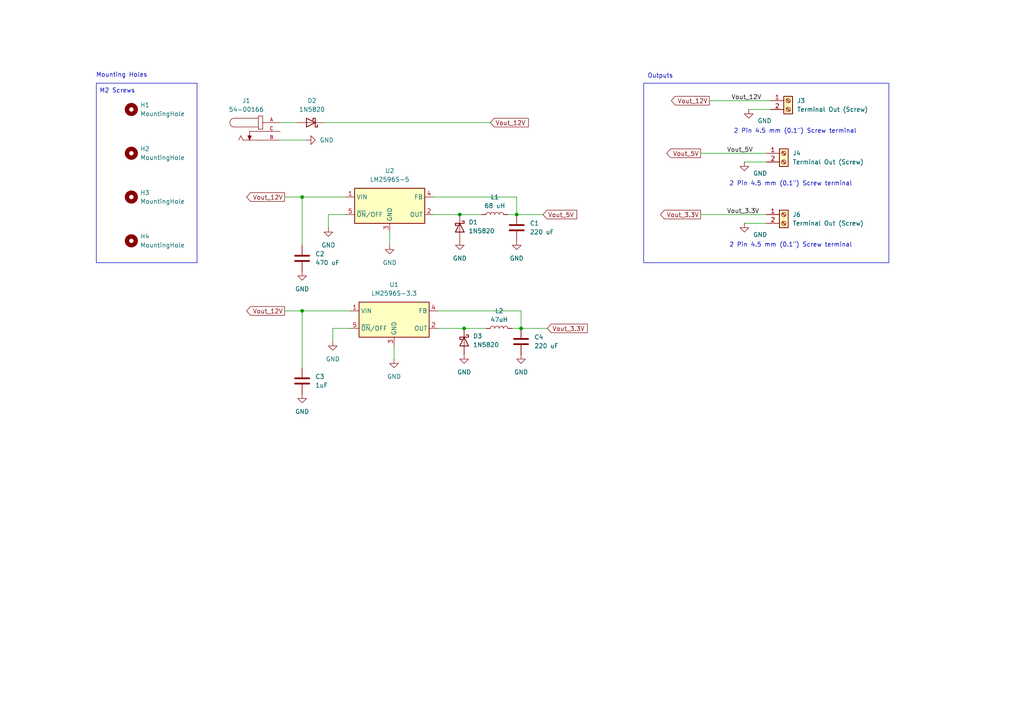
<source format=kicad_sch>
(kicad_sch (version 20250114) (generator "eeschema") (generator_version "9.0")
  (paper "A4")
  (lib_symbols
    (symbol "54-00166:54-00166" (pin_names (offset 1.016))
      (property "Reference" "J" (at -7.62 5.08 0))
      (property "Value" "54-00166" (at -7.62 -5.08 0))
      (symbol "54-00166_0_0"
        (polyline (pts (xy -8.255 3.81) (xy -1.27 3.81)) (stroke (width 0.1524)))
        (arc (start -8.255 1.27) (mid -9.5194 2.54) (end -8.255 3.81) (stroke (width 0.1524)))
        (polyline (pts (xy -6.35 -1.27) (xy -6.985 -2.54)) (stroke (width 0.1524)))
        (polyline (pts (xy -5.715 -2.54) (xy -6.35 -1.27)) (stroke (width 0.1524)))
        (polyline (pts (xy -3.81 0) (xy -3.81 -2.54)) (stroke (width 0.1524)))
        (polyline (pts (xy -3.81 -2.54) (xy -4.318 -1.27) (xy -3.302 -1.27) (xy -3.81 -2.54)) (stroke (width 0.1524)) (fill (type outline)))
        (polyline (pts (xy -1.27 4.445) (xy -1.27 3.81)) (stroke (width 0.1524)))
        (polyline (pts (xy -1.27 3.81) (xy -1.27 1.27)) (stroke (width 0.1524)))
        (polyline (pts (xy -1.27 1.27) (xy -8.255 1.27)) (stroke (width 0.1524)))
        (polyline (pts (xy -1.27 1.27) (xy -1.27 0.635)) (stroke (width 0.1524)))
        (polyline (pts (xy -1.27 0.635) (xy 0 0.635)) (stroke (width 0.1524)))
        (polyline (pts (xy 0 4.445) (xy -1.27 4.445)) (stroke (width 0.1524)))
        (polyline (pts (xy 0 0.635) (xy 0 4.445)) (stroke (width 0.1524)))
        (polyline (pts (xy 0 0) (xy -3.81 0)) (stroke (width 0.1524)))
        (polyline (pts (xy 0 -2.54) (xy -5.715 -2.54)) (stroke (width 0.1524)))
        (pin passive line (at 5.08 2.54 180) (length 5.08) (name "~") (number "A"))
        (pin passive line (at 5.08 0 180) (length 5.08) (name "~") (number "C"))
        (pin passive line (at 5.08 -2.54 180) (length 5.08) (name "~") (number "B"))
      )
    )
    (symbol "Connector:Screw_Terminal_01x02" (pin_names (offset 1.016) (hide yes))
      (property "Reference" "J" (at 0 2.54 0))
      (property "Value" "Screw_Terminal_01x02" (at 0 -5.08 0))
      (symbol "Screw_Terminal_01x02_1_1"
        (rectangle (start -1.27 1.27) (end 1.27 -3.81) (stroke (width 0.254)) (fill (type background)))
        (polyline (pts (xy -0.5334 0.3302) (xy 0.3302 -0.508)) (stroke (width 0.1524)))
        (polyline (pts (xy -0.5334 -2.2098) (xy 0.3302 -3.048)) (stroke (width 0.1524)))
        (polyline (pts (xy -0.3556 0.508) (xy 0.508 -0.3302)) (stroke (width 0.1524)))
        (polyline (pts (xy -0.3556 -2.032) (xy 0.508 -2.8702)) (stroke (width 0.1524)))
        (circle (center 0 0) (radius 0.635) (stroke (width 0.1524)))
        (circle (center 0 -2.54) (radius 0.635) (stroke (width 0.1524)))
        (pin passive line (at -5.08 0 0) (length 3.81) (name "Pin_1") (number "1"))
        (pin passive line (at -5.08 -2.54 0) (length 3.81) (name "Pin_2") (number "2"))
      )
    )
    (symbol "Device:C" (pin_numbers (hide yes)) (pin_names (offset 0.254))
      (property "Reference" "C" (at 0.635 2.54 0))
      (property "Value" "C" (at 0.635 -2.54 0))
      (symbol "C_0_1"
        (polyline (pts (xy -2.032 0.762) (xy 2.032 0.762)) (stroke (width 0.508)))
        (polyline (pts (xy -2.032 -0.762) (xy 2.032 -0.762)) (stroke (width 0.508)))
      )
      (symbol "C_1_1"
        (pin passive line (at 0 3.81 270) (length 2.794) (name "~") (number "1"))
        (pin passive line (at 0 -3.81 90) (length 2.794) (name "~") (number "2"))
      )
    )
    (symbol "Device:D_Schottky" (pin_numbers (hide yes)) (pin_names (offset 1.016) (hide yes))
      (property "Reference" "D" (at 0 2.54 0))
      (property "Value" "D_Schottky" (at 0 -2.54 0))
      (symbol "D_Schottky_0_1"
        (polyline (pts (xy -1.905 0.635) (xy -1.905 1.27) (xy -1.27 1.27) (xy -1.27 -1.27) (xy -0.635 -1.27) (xy -0.635 -0.635)) (stroke (width 0.254)))
        (polyline (pts (xy 1.27 1.27) (xy 1.27 -1.27) (xy -1.27 0) (xy 1.27 1.27)) (stroke (width 0.254)))
        (polyline (pts (xy 1.27 0) (xy -1.27 0)))
      )
      (symbol "D_Schottky_1_1"
        (pin passive line (at -3.81 0 0) (length 2.54) (name "K") (number "1"))
        (pin passive line (at 3.81 0 180) (length 2.54) (name "A") (number "2"))
      )
    )
    (symbol "Device:L" (pin_numbers (hide yes)) (pin_names (offset 1.016) (hide yes))
      (property "Reference" "L" (at -1.27 0 90))
      (property "Value" "L" (at 1.905 0 90))
      (symbol "L_0_1"
        (arc (start 0 2.54) (mid 0.6323 1.905) (end 0 1.27))
        (arc (start 0 1.27) (mid 0.6323 0.635) (end 0 0))
        (arc (start 0 0) (mid 0.6323 -0.635) (end 0 -1.27))
        (arc (start 0 -1.27) (mid 0.6323 -1.905) (end 0 -2.54))
      )
      (symbol "L_1_1"
        (pin passive line (at 0 3.81 270) (length 1.27) (name "1") (number "1"))
        (pin passive line (at 0 -3.81 90) (length 1.27) (name "2") (number "2"))
      )
    )
    (symbol "Diode:1N5820" (pin_numbers (hide yes)) (pin_names (offset 1.016) (hide yes))
      (property "Reference" "D" (at 0 2.54 0))
      (property "Value" "1N5820" (at 0 -2.54 0))
      (symbol "1N5820_0_1"
        (polyline (pts (xy -1.905 0.635) (xy -1.905 1.27) (xy -1.27 1.27) (xy -1.27 -1.27) (xy -0.635 -1.27) (xy -0.635 -0.635)) (stroke (width 0.254)))
        (polyline (pts (xy 1.27 1.27) (xy 1.27 -1.27) (xy -1.27 0) (xy 1.27 1.27)) (stroke (width 0.254)))
        (polyline (pts (xy 1.27 0) (xy -1.27 0)))
      )
      (symbol "1N5820_1_1"
        (pin passive line (at -3.81 0 0) (length 2.54) (name "K") (number "1"))
        (pin passive line (at 3.81 0 180) (length 2.54) (name "A") (number "2"))
      )
    )
    (symbol "Mechanical:MountingHole" (pin_names (offset 1.016)) (exclude_from_sim yes) (in_bom no)
      (property "Reference" "H" (at 0 5.08 0))
      (property "Value" "MountingHole" (at 0 3.175 0))
      (symbol "MountingHole_0_1"
        (circle (center 0 0) (radius 1.27) (stroke (width 1.27)))
      )
    )
    (symbol "Regulator_Switching:LM2596S-3.3"
      (property "Reference" "U" (at -10.16 6.35 0))
      (property "Value" "LM2596S-3.3" (at 0 6.35 0))
      (symbol "LM2596S-3.3_0_1"
        (rectangle (start -10.16 5.08) (end 10.16 -5.08) (stroke (width 0.254)) (fill (type background)))
      )
      (symbol "LM2596S-3.3_1_1"
        (pin power_in line (at -12.7 2.54 0) (length 2.54) (name "VIN") (number "1"))
        (pin input line (at -12.7 -2.54 0) (length 2.54) (name "~{ON}/OFF") (number "5"))
        (pin power_in line (at 0 -7.62 90) (length 2.54) (name "GND") (number "3"))
        (pin input line (at 12.7 2.54 180) (length 2.54) (name "FB") (number "4"))
        (pin output line (at 12.7 -2.54 180) (length 2.54) (name "OUT") (number "2"))
      )
    )
    (symbol "Regulator_Switching:LM2596S-5"
      (property "Reference" "U" (at -10.16 6.35 0))
      (property "Value" "LM2596S-5" (at 0 6.35 0))
      (symbol "LM2596S-5_0_1"
        (rectangle (start -10.16 5.08) (end 10.16 -5.08) (stroke (width 0.254)) (fill (type background)))
      )
      (symbol "LM2596S-5_1_1"
        (pin power_in line (at -12.7 2.54 0) (length 2.54) (name "VIN") (number "1"))
        (pin input line (at -12.7 -2.54 0) (length 2.54) (name "~{ON}/OFF") (number "5"))
        (pin power_in line (at 0 -7.62 90) (length 2.54) (name "GND") (number "3"))
        (pin input line (at 12.7 2.54 180) (length 2.54) (name "FB") (number "4"))
        (pin output line (at 12.7 -2.54 180) (length 2.54) (name "OUT") (number "2"))
      )
    )
    (symbol "power:GND" (power) (pin_numbers (hide yes)) (pin_names (offset 0) (hide yes))
      (property "Value" "GND" (at 0 -3.81 0))
      (symbol "GND_0_1"
        (polyline (pts (xy 0 0) (xy 0 -1.27) (xy 1.27 -1.27) (xy 0 -2.54) (xy -1.27 -1.27) (xy 0 -1.27)))
      )
      (symbol "GND_1_1"
        (pin power_in line (at 0 0 270) (length 0) (name "~") (number "1"))
      )
    )
  )
  (rectangle (start 186.69 24.13) (end 257.81 76.2))
  (rectangle (start 256.54 76.2) (end 256.54 76.2))
  (text "Outputs\n" (at 191.516 22.098 0) (effects (font (size 1.27 1.27))))
  (text "2 Pin 4.5 mm (0.1\") Screw terminal\n" (at 229.362 71.12 0) (effects (font (size 1.27 1.27))))
  (text "Mounting Holes\n" (at 35.306 21.844 0) (effects (font (size 1.27 1.27))))
  (text "2 Pin 4.5 mm (0.1\") Screw terminal\n" (at 230.632 38.1 0) (effects (font (size 1.27 1.27))))
  (text "M2 Screws\n" (at 34.036 26.416 0) (effects (font (size 1.27 1.27))))
  (text "2 Pin 4.5 mm (0.1\") Screw terminal\n" (at 229.362 53.34 0) (effects (font (size 1.27 1.27))))
  (junction (at 87.63 90.17))
  (junction (at 134.62 95.25))
  (junction (at 87.63 57.15))
  (junction (at 151.13 95.25))
  (junction (at 133.35 62.23))
  (junction (at 149.86 62.23))
  (wire (pts (xy 100.33 62.23) (xy 95.25 62.23)))
  (wire (pts (xy 87.63 57.15) (xy 100.33 57.15)))
  (wire (pts (xy 125.73 57.15) (xy 149.86 57.15)))
  (wire (pts (xy 127 95.25) (xy 134.62 95.25)))
  (wire (pts (xy 134.62 95.25) (xy 140.97 95.25)))
  (wire (pts (xy 127 90.17) (xy 151.13 90.17)))
  (polyline (pts (xy 27.94 24.13) (xy 27.94 76.2)))
  (wire (pts (xy 114.3 104.14) (xy 114.3 100.33)))
  (wire (pts (xy 125.73 62.23) (xy 133.35 62.23)))
  (wire (pts (xy 87.63 71.12) (xy 87.63 57.15)))
  (wire (pts (xy 87.63 90.17) (xy 101.6 90.17)))
  (wire (pts (xy 217.17 31.75) (xy 223.52 31.75)))
  (wire (pts (xy 113.03 71.12) (xy 113.03 67.31)))
  (wire (pts (xy 81.28 35.56) (xy 86.36 35.56)))
  (wire (pts (xy 133.35 62.23) (xy 139.7 62.23)))
  (wire (pts (xy 215.9 64.77) (xy 222.25 64.77)))
  (wire (pts (xy 149.86 62.23) (xy 157.48 62.23)))
  (wire (pts (xy 82.55 90.17) (xy 87.63 90.17)))
  (wire (pts (xy 205.74 29.21) (xy 223.52 29.21)))
  (wire (pts (xy 149.86 57.15) (xy 149.86 62.23)))
  (wire (pts (xy 151.13 95.25) (xy 158.75 95.25)))
  (wire (pts (xy 203.2 44.45) (xy 222.25 44.45)))
  (polyline (pts (xy 57.15 76.2) (xy 57.15 24.13)))
  (wire (pts (xy 81.28 40.64) (xy 88.9 40.64)))
  (wire (pts (xy 148.59 95.25) (xy 151.13 95.25)))
  (wire (pts (xy 101.6 95.25) (xy 96.52 95.25)))
  (wire (pts (xy 87.63 106.68) (xy 87.63 90.17)))
  (wire (pts (xy 215.9 46.99) (xy 222.25 46.99)))
  (wire (pts (xy 147.32 62.23) (xy 149.86 62.23)))
  (wire (pts (xy 93.98 35.56) (xy 142.24 35.56)))
  (wire (pts (xy 95.25 62.23) (xy 95.25 66.04)))
  (polyline (pts (xy 27.94 76.2) (xy 57.15 76.2)))
  (wire (pts (xy 203.2 62.23) (xy 222.25 62.23)))
  (wire (pts (xy 82.55 57.15) (xy 87.63 57.15)))
  (wire (pts (xy 96.52 95.25) (xy 96.52 99.06)))
  (wire (pts (xy 151.13 90.17) (xy 151.13 95.25)))
  (polyline (pts (xy 27.94 24.13) (xy 57.15 24.13)))
  (label "Vout_5V" (at 210.82 44.45 0))
  (label "Vout_3.3V" (at 210.82 62.23 0))
  (label "Vout_12V" (at 212.09 29.21 0))
  (global_label "Vout_12V" (shape input) (at 142.24 35.56 0) (property "Intersheetrefs" "${INTERSHEET_REFS}" (effects (hide yes))))
  (global_label "Vout_12V" (shape output) (at 82.55 90.17 180) (property "Intersheetrefs" "${INTERSHEET_REFS}" (effects (hide yes))))
  (global_label "Vout_5V" (shape output) (at 203.2 44.45 180) (property "Intersheetrefs" "${INTERSHEET_REFS}" (effects (hide yes))))
  (global_label "Vout_12V" (shape output) (at 82.55 57.15 180) (property "Intersheetrefs" "${INTERSHEET_REFS}" (effects (hide yes))))
  (global_label "Vout_3.3V" (shape input) (at 158.75 95.25 0) (property "Intersheetrefs" "${INTERSHEET_REFS}" (effects (hide yes))))
  (global_label "Vout_3.3V" (shape output) (at 203.2 62.23 180) (property "Intersheetrefs" "${INTERSHEET_REFS}" (effects (hide yes))))
  (global_label "Vout_12V" (shape output) (at 205.74 29.21 180) (property "Intersheetrefs" "${INTERSHEET_REFS}" (effects (hide yes))))
  (global_label "Vout_5V" (shape input) (at 157.48 62.23 0) (property "Intersheetrefs" "${INTERSHEET_REFS}" (effects (hide yes))))
  (symbol (lib_id "Device:D_Schottky") (at 90.17 35.56 180) (unit 1)
    (property "Reference" "D1" (at 90.4875 29.21 0))
    (property "Value" "1N5820" (at 90.4875 31.75 0))
    (property "Footprint" "footprints:CR_0-E3&slash_54_VIS" (effects (hide yes)))
    (property "Datasheet" "https://www.vishay.com/docs/88526/1n5820.pdf" (effects (hide yes)))
    (property "Description" "Schottky diode" (effects (hide yes)))
    (instances (project "" (path "" (reference "D2") (unit 1))) (project "" (path "" (reference "D1") (unit 1))))
  )
  (symbol (lib_id "power:GND") (at 134.62 102.87 0) (unit 1)
    (property "Reference" "#PWR0108" (effects (hide yes)))
    (property "Value" "GND" (at 134.62 107.95 0))
    (property "Description" "Power symbol creates a global label with name \"GND\" , ground" (effects (hide yes)))
    (instances (project "MEOW_Power_Distribution_V2" (path "" (reference "#PWR013") (unit 1))) (project "" (path "" (reference "#PWR0108") (unit 1))))
  )
  (symbol (lib_id "Regulator_Switching:LM2596S-5") (at 113.03 59.69 0) (unit 1)
    (property "Reference" "U1" (at 113.03 49.53 0))
    (property "Value" "LM2596S-5" (at 113.03 52.07 0))
    (property "Footprint" "Package_TO_SOT_SMD:TO-263-5_TabPin3" (effects (hide yes)))
    (property "Datasheet" "http://www.ti.com/lit/ds/symlink/lm2596.pdf" (effects (hide yes)))
    (property "Description" "5V 3A Step-Down Voltage Regulator, TO-263" (effects (hide yes)))
    (instances (project "" (path "" (reference "U2") (unit 1))) (project "" (path "" (reference "U1") (unit 1))))
  )
  (symbol (lib_id "power:GND") (at 87.63 114.3 0) (unit 1)
    (property "Reference" "#PWR0113" (effects (hide yes)))
    (property "Value" "GND" (at 87.63 119.38 0))
    (property "Description" "Power symbol creates a global label with name \"GND\" , ground" (effects (hide yes)))
    (instances (project "MEOW_Power_Distribution_V2" (path "" (reference "#PWR09") (unit 1))) (project "" (path "" (reference "#PWR0113") (unit 1))))
  )
  (symbol (lib_id "Mechanical:MountingHole") (at 38.1 69.85 0) (unit 1) (exclude_from_sim yes) (in_bom no)
    (property "Reference" "H4" (at 40.64 68.5799 0) (effects (justify left)))
    (property "Value" "MountingHole" (at 40.64 71.1199 0) (effects (justify left)))
    (property "Footprint" "MountingHole:MountingHole_2.2mm_M2" (effects (hide yes)))
    (property "Description" "Mounting Hole without connection" (effects (hide yes)))
  )
  (symbol (lib_id "Mechanical:MountingHole") (at 38.1 44.45 0) (unit 1) (exclude_from_sim yes) (in_bom no)
    (property "Reference" "H2" (at 40.64 43.1799 0) (effects (justify left)))
    (property "Value" "MountingHole" (at 40.64 45.7199 0) (effects (justify left)))
    (property "Footprint" "MountingHole:MountingHole_2.2mm_M2" (effects (hide yes)))
    (property "Description" "Mounting Hole without connection" (effects (hide yes)))
  )
  (symbol (lib_id "power:GND") (at 215.9 46.99 0) (unit 1)
    (property "Reference" "#PWR0111" (effects (hide yes)))
    (property "Value" "GND" (at 220.472 50.292 0))
    (property "Description" "Power symbol creates a global label with name \"GND\" , ground" (effects (hide yes)))
    (instances (project "MEOW_Power_Distribution" (path "" (reference "#PWR08") (unit 1))) (project "" (path "" (reference "#PWR0111") (unit 1))))
  )
  (symbol (lib_id "Mechanical:MountingHole") (at 38.1 57.15 0) (unit 1) (exclude_from_sim yes) (in_bom no)
    (property "Reference" "H3" (at 40.64 55.8799 0) (effects (justify left)))
    (property "Value" "MountingHole" (at 40.64 58.4199 0) (effects (justify left)))
    (property "Footprint" "MountingHole:MountingHole_2.2mm_M2" (effects (hide yes)))
    (property "Description" "Mounting Hole without connection" (effects (hide yes)))
  )
  (symbol (lib_id "power:GND") (at 88.9 40.64 90) (unit 1)
    (property "Reference" "#PWR0109" (effects (hide yes)))
    (property "Value" "GND" (at 92.71 40.6399 90) (effects (justify right)))
    (property "Description" "Power symbol creates a global label with name \"GND\" , ground" (effects (hide yes)))
    (instances (project "lab5-redo" (path "" (reference "#PWR05") (unit 1))) (project "" (path "" (reference "#PWR0109") (unit 1))))
  )
  (symbol (lib_id "Connector:Screw_Terminal_01x02") (at 228.6 29.21 0) (unit 1)
    (property "Reference" "J4" (at 231.14 29.2099 0) (effects (justify left)))
    (property "Value" "Terminal Out (Screw)" (at 231.14 31.7499 0) (effects (justify left)))
    (property "Footprint" "TerminalBlock_TE-Connectivity:TerminalBlock_TE_282834-2_1x02_P2.54mm_Horizontal" (effects (hide yes)))
    (property "Description" "Generic screw terminal, single row, 01x02, script generated (kicad-library-utils/schlib/autogen/connector/)" (effects (hide yes)))
    (instances (project "" (path "" (reference "J3") (unit 1))) (project "" (path "" (reference "J4") (unit 1))))
  )
  (symbol (lib_id "power:GND") (at 87.63 78.74 0) (unit 1)
    (property "Reference" "#PWR0114" (effects (hide yes)))
    (property "Value" "GND" (at 87.63 83.82 0))
    (property "Description" "Power symbol creates a global label with name \"GND\" , ground" (effects (hide yes)))
    (instances (project "MEOW_Power_Distribution_V2" (path "" (reference "#PWR07") (unit 1))) (project "" (path "" (reference "#PWR0114") (unit 1))))
  )
  (symbol (lib_id "Device:L") (at 144.78 95.25 90) (unit 1)
    (property "Reference" "L2" (at 144.78 90.17 90))
    (property "Value" "47uH" (at 144.78 92.71 90))
    (property "Footprint" "footprints:WE-TIS_8075" (effects (hide yes)))
    (property "Datasheet" "https://www.we-online.com/components/products/datasheet/7447471470.pdf" (effects (hide yes)))
    (property "Description" "Inductor" (effects (hide yes)))
  )
  (symbol (lib_id "power:GND") (at 114.3 104.14 0) (unit 1)
    (property "Reference" "#PWR0103" (effects (hide yes)))
    (property "Value" "GND" (at 114.3 109.22 0))
    (property "Description" "Power symbol creates a global label with name \"GND\" , ground" (effects (hide yes)))
    (instances (project "MEOW_Power_Distribution_V2" (path "" (reference "#PWR012") (unit 1))) (project "" (path "" (reference "#PWR0103") (unit 1))))
  )
  (symbol (lib_id "54-00166:54-00166") (at 76.2 38.1 0) (unit 1)
    (property "Reference" "J1" (at 71.4403 29.21 0))
    (property "Value" "54-00166" (at 71.4403 31.75 0))
    (property "Footprint" "footprints:TENSILITY_54-00166" (effects (hide yes)))
    (property "PARTREV" "A" (effects (hide yes)))
    (property "STANDARD" "Manufacturer Recommendations" (effects (hide yes)))
    (property "SNAPEDA_PN" "54-00166" (effects (hide yes)))
    (property "MAXIMUM_PACKAGE_HEIGHT" "11.2mm" (effects (hide yes)))
    (property "MANUFACTURER" "TENSILITY" (effects (hide yes)))
  )
  (symbol (lib_id "power:GND") (at 217.17 31.75 0) (unit 1)
    (property "Reference" "#PWR0110" (effects (hide yes)))
    (property "Value" "GND" (at 221.742 35.052 0))
    (property "Description" "Power symbol creates a global label with name \"GND\" , ground" (effects (hide yes)))
    (instances (project "" (path "" (reference "#PWR06") (unit 1))) (project "" (path "" (reference "#PWR0110") (unit 1))))
  )
  (symbol (lib_id "power:GND") (at 96.52 99.06 0) (unit 1)
    (property "Reference" "#PWR0104" (effects (hide yes)))
    (property "Value" "GND" (at 96.52 104.14 0))
    (property "Description" "Power symbol creates a global label with name \"GND\" , ground" (effects (hide yes)))
    (instances (project "MEOW_Power_Distribution_V2" (path "" (reference "#PWR011") (unit 1))) (project "" (path "" (reference "#PWR0104") (unit 1))))
  )
  (symbol (lib_id "Diode:1N5820") (at 133.35 66.04 270) (unit 1)
    (property "Reference" "D2" (at 135.89 64.4524 90) (effects (justify left)))
    (property "Value" "1N5820" (at 135.89 66.9924 90) (effects (justify left)))
    (property "Footprint" "footprints:CR_0-E3&slash_54_VIS" (effects (hide yes)))
    (property "Datasheet" "https://www.vishay.com/docs/88526/1n5820.pdf" (effects (hide yes)))
    (property "Description" "20V 3A Schottky Barrier Rectifier Diode, DO-201AD" (effects (hide yes)))
    (instances (project "" (path "" (reference "D1") (unit 1))) (project "" (path "" (reference "D2") (unit 1))))
  )
  (symbol (lib_id "Diode:1N5820") (at 134.62 99.06 270) (unit 1)
    (property "Reference" "D3" (at 137.16 97.4724 90) (effects (justify left)))
    (property "Value" "1N5820" (at 137.16 100.0124 90) (effects (justify left)))
    (property "Footprint" "footprints:CR_0-E3&slash_54_VIS" (effects (hide yes)))
    (property "Datasheet" "https://www.vishay.com/docs/88526/1n5820.pdf" (effects (hide yes)))
    (property "Description" "20V 3A Schottky Barrier Rectifier Diode, DO-201AD" (effects (hide yes)))
  )
  (symbol (lib_id "Device:C") (at 149.86 66.04 0) (unit 1)
    (property "Reference" "C3" (at 153.67 64.7699 0) (effects (justify left)))
    (property "Value" "220 uF" (at 153.67 67.3099 0) (effects (justify left)))
    (property "Footprint" "footprints:CAP_YX_6P3X11_RUB" (effects (hide yes)))
    (property "Datasheet" "https://www.rubycon.co.jp/wp-content/uploads/catalog-aluminum/YXJ.pdf" (effects (hide yes)))
    (property "Description" "Unpolarized capacitor" (effects (hide yes)))
    (instances (project "" (path "" (reference "C1") (unit 1))) (project "" (path "" (reference "C3") (unit 1))))
  )
  (symbol (lib_id "Regulator_Switching:LM2596S-3.3") (at 114.3 92.71 0) (unit 1)
    (property "Reference" "U2" (at 114.3 82.55 0))
    (property "Value" "LM2596S-3.3" (at 114.3 85.09 0))
    (property "Footprint" "Package_TO_SOT_SMD:TO-263-5_TabPin3" (effects (hide yes)))
    (property "Datasheet" "http://www.ti.com/lit/ds/symlink/lm2596.pdf" (effects (hide yes)))
    (property "Description" "3.3V 3A Step-Down Voltage Regulator, TO-263" (effects (hide yes)))
    (instances (project "" (path "" (reference "U1") (unit 1))) (project "" (path "" (reference "U2") (unit 1))))
  )
  (symbol (lib_id "Device:L") (at 143.51 62.23 90) (unit 1)
    (property "Reference" "L1" (at 143.51 57.15 90))
    (property "Value" "68 uH" (at 143.51 59.69 90))
    (property "Footprint" "footprints:WE-TIS_8075" (effects (hide yes)))
    (property "Datasheet" "https://www.we-online.com/components/products/datasheet/744731680.pdf" (effects (hide yes)))
    (property "Description" "Inductor" (effects (hide yes)))
  )
  (symbol (lib_id "Mechanical:MountingHole") (at 38.1 31.75 0) (unit 1) (exclude_from_sim yes) (in_bom no)
    (property "Reference" "H1" (at 40.64 30.4799 0) (effects (justify left)))
    (property "Value" "MountingHole" (at 40.64 33.0199 0) (effects (justify left)))
    (property "Footprint" "MountingHole:MountingHole_2.2mm_M2" (effects (hide yes)))
    (property "Description" "Mounting Hole without connection" (effects (hide yes)))
  )
  (symbol (lib_id "power:GND") (at 133.35 69.85 0) (unit 1)
    (property "Reference" "#PWR0105" (effects (hide yes)))
    (property "Value" "GND" (at 133.35 74.93 0))
    (property "Description" "Power symbol creates a global label with name \"GND\" , ground" (effects (hide yes)))
    (instances (project "MEOW_Power_Distribution_V2" (path "" (reference "#PWR03") (unit 1))) (project "" (path "" (reference "#PWR0105") (unit 1))))
  )
  (symbol (lib_id "power:GND") (at 95.25 66.04 0) (unit 1)
    (property "Reference" "#PWR0102" (effects (hide yes)))
    (property "Value" "GND" (at 95.25 71.12 0))
    (property "Description" "Power symbol creates a global label with name \"GND\" , ground" (effects (hide yes)))
    (instances (project "MEOW_Power_Distribution_V2" (path "" (reference "#PWR04") (unit 1))) (project "" (path "" (reference "#PWR0102") (unit 1))))
  )
  (symbol (lib_id "Device:C") (at 87.63 110.49 0) (unit 1)
    (property "Reference" "C2" (at 91.44 109.2199 0) (effects (justify left)))
    (property "Value" "1uF" (at 91.44 111.7599 0) (effects (justify left)))
    (property "Footprint" "footprints:CAP_YX_10X12P5_RUB" (effects (hide yes)))
    (property "Datasheet" "https://www.yageogroup.com/content/datasheet/asset/file/KEM_A4004_ESK" (effects (hide yes)))
    (property "Description" "Unpolarized capacitor" (effects (hide yes)))
    (instances (project "MEOW_Power_Distribution_V2" (path "" (reference "C3") (unit 1))) (project "" (path "" (reference "C2") (unit 1))))
  )
  (symbol (lib_id "Connector:Screw_Terminal_01x02") (at 227.33 44.45 0) (unit 1)
    (property "Reference" "J2" (at 229.87 44.4499 0) (effects (justify left)))
    (property "Value" "Terminal Out (Screw)" (at 229.87 46.9899 0) (effects (justify left)))
    (property "Footprint" "TerminalBlock_TE-Connectivity:TerminalBlock_TE_282834-2_1x02_P2.54mm_Horizontal" (effects (hide yes)))
    (property "Description" "Generic screw terminal, single row, 01x02, script generated (kicad-library-utils/schlib/autogen/connector/)" (effects (hide yes)))
    (instances (project "MEOW_Power_Distribution" (path "" (reference "J4") (unit 1))) (project "" (path "" (reference "J2") (unit 1))))
  )
  (symbol (lib_id "Connector:Screw_Terminal_01x02") (at 227.33 62.23 0) (unit 1)
    (property "Reference" "J3" (at 229.87 62.2299 0) (effects (justify left)))
    (property "Value" "Terminal Out (Screw)" (at 229.87 64.7699 0) (effects (justify left)))
    (property "Footprint" "TerminalBlock_TE-Connectivity:TerminalBlock_TE_282834-2_1x02_P2.54mm_Horizontal" (effects (hide yes)))
    (property "Description" "Generic screw terminal, single row, 01x02, script generated (kicad-library-utils/schlib/autogen/connector/)" (effects (hide yes)))
    (instances (project "MEOW_Power_Distribution" (path "" (reference "J6") (unit 1))) (project "" (path "" (reference "J3") (unit 1))))
  )
  (symbol (lib_id "power:GND") (at 215.9 64.77 0) (unit 1)
    (property "Reference" "#PWR0112" (effects (hide yes)))
    (property "Value" "GND" (at 220.472 68.072 0))
    (property "Description" "Power symbol creates a global label with name \"GND\" , ground" (effects (hide yes)))
    (instances (project "MEOW_Power_Distribution" (path "" (reference "#PWR010") (unit 1))) (project "" (path "" (reference "#PWR0112") (unit 1))))
  )
  (symbol (lib_id "Device:C") (at 151.13 99.06 0) (unit 1)
    (property "Reference" "C4" (at 154.94 97.7899 0) (effects (justify left)))
    (property "Value" "220 uF" (at 154.94 100.3299 0) (effects (justify left)))
    (property "Footprint" "footprints:CAP_YX_6P3X11_RUB" (effects (hide yes)))
    (property "Datasheet" "https://www.rubycon.co.jp/wp-content/uploads/catalog-aluminum/YXJ.pdf" (effects (hide yes)))
    (property "Description" "Unpolarized capacitor" (effects (hide yes)))
  )
  (symbol (lib_id "power:GND") (at 113.03 71.12 0) (unit 1)
    (property "Reference" "#PWR0101" (effects (hide yes)))
    (property "Value" "GND" (at 113.03 76.2 0))
    (property "Description" "Power symbol creates a global label with name \"GND\" , ground" (effects (hide yes)))
    (instances (project "MEOW_Power_Distribution_V2" (path "" (reference "#PWR02") (unit 1))) (project "" (path "" (reference "#PWR0101") (unit 1))))
  )
  (symbol (lib_id "Device:C") (at 87.63 74.93 0) (unit 1)
    (property "Reference" "C1" (at 91.44 73.6599 0) (effects (justify left)))
    (property "Value" "470 uF" (at 91.44 76.1999 0) (effects (justify left)))
    (property "Footprint" "footprints:CAP_YX_10X12P5_RUB" (effects (hide yes)))
    (property "Datasheet" "https://www.rubycon.co.jp/wp-content/uploads/catalog-aluminum/ZLH.pdf" (effects (hide yes)))
    (property "Description" "Unpolarized capacitor" (effects (hide yes)))
    (instances (project "MEOW_Power_Distribution_V2" (path "" (reference "C2") (unit 1))) (project "" (path "" (reference "C1") (unit 1))))
  )
  (symbol (lib_id "power:GND") (at 149.86 69.85 0) (unit 1)
    (property "Reference" "#PWR0106" (effects (hide yes)))
    (property "Value" "GND" (at 149.86 74.93 0))
    (property "Description" "Power symbol creates a global label with name \"GND\" , ground" (effects (hide yes)))
    (instances (project "" (path "" (reference "#PWR01") (unit 1))) (project "" (path "" (reference "#PWR0106") (unit 1))))
  )
  (symbol (lib_id "power:GND") (at 151.13 102.87 0) (unit 1)
    (property "Reference" "#PWR0107" (effects (hide yes)))
    (property "Value" "GND" (at 151.13 107.95 0))
    (property "Description" "Power symbol creates a global label with name \"GND\" , ground" (effects (hide yes)))
    (instances (project "MEOW_Power_Distribution_V2" (path "" (reference "#PWR014") (unit 1))) (project "" (path "" (reference "#PWR0107") (unit 1))))
  )
)
</source>
